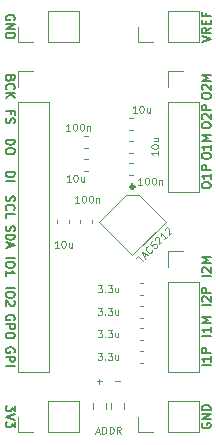
<source format=gbr>
%TF.GenerationSoftware,KiCad,Pcbnew,7.0.2*%
%TF.CreationDate,2024-12-12T08:46:51-06:00*%
%TF.ProjectId,om_ADC,6f6d5f41-4443-42e6-9b69-6361645f7063,rev?*%
%TF.SameCoordinates,Original*%
%TF.FileFunction,Legend,Top*%
%TF.FilePolarity,Positive*%
%FSLAX46Y46*%
G04 Gerber Fmt 4.6, Leading zero omitted, Abs format (unit mm)*
G04 Created by KiCad (PCBNEW 7.0.2) date 2024-12-12 08:46:51*
%MOMM*%
%LPD*%
G01*
G04 APERTURE LIST*
%ADD10C,0.100000*%
%ADD11C,0.150000*%
%ADD12C,0.120000*%
%ADD13C,0.300000*%
G04 APERTURE END LIST*
D10*
X85623429Y-55421000D02*
X86080572Y-55421000D01*
X84099429Y-55421000D02*
X84556572Y-55421000D01*
X84328000Y-55649571D02*
X84328000Y-55192428D01*
X84190000Y-53017571D02*
X84561428Y-53017571D01*
X84561428Y-53017571D02*
X84361428Y-53246142D01*
X84361428Y-53246142D02*
X84447143Y-53246142D01*
X84447143Y-53246142D02*
X84504286Y-53274714D01*
X84504286Y-53274714D02*
X84532857Y-53303285D01*
X84532857Y-53303285D02*
X84561428Y-53360428D01*
X84561428Y-53360428D02*
X84561428Y-53503285D01*
X84561428Y-53503285D02*
X84532857Y-53560428D01*
X84532857Y-53560428D02*
X84504286Y-53589000D01*
X84504286Y-53589000D02*
X84447143Y-53617571D01*
X84447143Y-53617571D02*
X84275714Y-53617571D01*
X84275714Y-53617571D02*
X84218571Y-53589000D01*
X84218571Y-53589000D02*
X84190000Y-53560428D01*
X84818572Y-53560428D02*
X84847143Y-53589000D01*
X84847143Y-53589000D02*
X84818572Y-53617571D01*
X84818572Y-53617571D02*
X84790000Y-53589000D01*
X84790000Y-53589000D02*
X84818572Y-53560428D01*
X84818572Y-53560428D02*
X84818572Y-53617571D01*
X85047143Y-53017571D02*
X85418571Y-53017571D01*
X85418571Y-53017571D02*
X85218571Y-53246142D01*
X85218571Y-53246142D02*
X85304286Y-53246142D01*
X85304286Y-53246142D02*
X85361429Y-53274714D01*
X85361429Y-53274714D02*
X85390000Y-53303285D01*
X85390000Y-53303285D02*
X85418571Y-53360428D01*
X85418571Y-53360428D02*
X85418571Y-53503285D01*
X85418571Y-53503285D02*
X85390000Y-53560428D01*
X85390000Y-53560428D02*
X85361429Y-53589000D01*
X85361429Y-53589000D02*
X85304286Y-53617571D01*
X85304286Y-53617571D02*
X85132857Y-53617571D01*
X85132857Y-53617571D02*
X85075714Y-53589000D01*
X85075714Y-53589000D02*
X85047143Y-53560428D01*
X85932858Y-53217571D02*
X85932858Y-53617571D01*
X85675715Y-53217571D02*
X85675715Y-53531857D01*
X85675715Y-53531857D02*
X85704286Y-53589000D01*
X85704286Y-53589000D02*
X85761429Y-53617571D01*
X85761429Y-53617571D02*
X85847143Y-53617571D01*
X85847143Y-53617571D02*
X85904286Y-53589000D01*
X85904286Y-53589000D02*
X85932858Y-53560428D01*
X84190000Y-51112571D02*
X84561428Y-51112571D01*
X84561428Y-51112571D02*
X84361428Y-51341142D01*
X84361428Y-51341142D02*
X84447143Y-51341142D01*
X84447143Y-51341142D02*
X84504286Y-51369714D01*
X84504286Y-51369714D02*
X84532857Y-51398285D01*
X84532857Y-51398285D02*
X84561428Y-51455428D01*
X84561428Y-51455428D02*
X84561428Y-51598285D01*
X84561428Y-51598285D02*
X84532857Y-51655428D01*
X84532857Y-51655428D02*
X84504286Y-51684000D01*
X84504286Y-51684000D02*
X84447143Y-51712571D01*
X84447143Y-51712571D02*
X84275714Y-51712571D01*
X84275714Y-51712571D02*
X84218571Y-51684000D01*
X84218571Y-51684000D02*
X84190000Y-51655428D01*
X84818572Y-51655428D02*
X84847143Y-51684000D01*
X84847143Y-51684000D02*
X84818572Y-51712571D01*
X84818572Y-51712571D02*
X84790000Y-51684000D01*
X84790000Y-51684000D02*
X84818572Y-51655428D01*
X84818572Y-51655428D02*
X84818572Y-51712571D01*
X85047143Y-51112571D02*
X85418571Y-51112571D01*
X85418571Y-51112571D02*
X85218571Y-51341142D01*
X85218571Y-51341142D02*
X85304286Y-51341142D01*
X85304286Y-51341142D02*
X85361429Y-51369714D01*
X85361429Y-51369714D02*
X85390000Y-51398285D01*
X85390000Y-51398285D02*
X85418571Y-51455428D01*
X85418571Y-51455428D02*
X85418571Y-51598285D01*
X85418571Y-51598285D02*
X85390000Y-51655428D01*
X85390000Y-51655428D02*
X85361429Y-51684000D01*
X85361429Y-51684000D02*
X85304286Y-51712571D01*
X85304286Y-51712571D02*
X85132857Y-51712571D01*
X85132857Y-51712571D02*
X85075714Y-51684000D01*
X85075714Y-51684000D02*
X85047143Y-51655428D01*
X85932858Y-51312571D02*
X85932858Y-51712571D01*
X85675715Y-51312571D02*
X85675715Y-51626857D01*
X85675715Y-51626857D02*
X85704286Y-51684000D01*
X85704286Y-51684000D02*
X85761429Y-51712571D01*
X85761429Y-51712571D02*
X85847143Y-51712571D01*
X85847143Y-51712571D02*
X85904286Y-51684000D01*
X85904286Y-51684000D02*
X85932858Y-51655428D01*
X84190000Y-49207571D02*
X84561428Y-49207571D01*
X84561428Y-49207571D02*
X84361428Y-49436142D01*
X84361428Y-49436142D02*
X84447143Y-49436142D01*
X84447143Y-49436142D02*
X84504286Y-49464714D01*
X84504286Y-49464714D02*
X84532857Y-49493285D01*
X84532857Y-49493285D02*
X84561428Y-49550428D01*
X84561428Y-49550428D02*
X84561428Y-49693285D01*
X84561428Y-49693285D02*
X84532857Y-49750428D01*
X84532857Y-49750428D02*
X84504286Y-49779000D01*
X84504286Y-49779000D02*
X84447143Y-49807571D01*
X84447143Y-49807571D02*
X84275714Y-49807571D01*
X84275714Y-49807571D02*
X84218571Y-49779000D01*
X84218571Y-49779000D02*
X84190000Y-49750428D01*
X84818572Y-49750428D02*
X84847143Y-49779000D01*
X84847143Y-49779000D02*
X84818572Y-49807571D01*
X84818572Y-49807571D02*
X84790000Y-49779000D01*
X84790000Y-49779000D02*
X84818572Y-49750428D01*
X84818572Y-49750428D02*
X84818572Y-49807571D01*
X85047143Y-49207571D02*
X85418571Y-49207571D01*
X85418571Y-49207571D02*
X85218571Y-49436142D01*
X85218571Y-49436142D02*
X85304286Y-49436142D01*
X85304286Y-49436142D02*
X85361429Y-49464714D01*
X85361429Y-49464714D02*
X85390000Y-49493285D01*
X85390000Y-49493285D02*
X85418571Y-49550428D01*
X85418571Y-49550428D02*
X85418571Y-49693285D01*
X85418571Y-49693285D02*
X85390000Y-49750428D01*
X85390000Y-49750428D02*
X85361429Y-49779000D01*
X85361429Y-49779000D02*
X85304286Y-49807571D01*
X85304286Y-49807571D02*
X85132857Y-49807571D01*
X85132857Y-49807571D02*
X85075714Y-49779000D01*
X85075714Y-49779000D02*
X85047143Y-49750428D01*
X85932858Y-49407571D02*
X85932858Y-49807571D01*
X85675715Y-49407571D02*
X85675715Y-49721857D01*
X85675715Y-49721857D02*
X85704286Y-49779000D01*
X85704286Y-49779000D02*
X85761429Y-49807571D01*
X85761429Y-49807571D02*
X85847143Y-49807571D01*
X85847143Y-49807571D02*
X85904286Y-49779000D01*
X85904286Y-49779000D02*
X85932858Y-49750428D01*
X84190000Y-47302571D02*
X84561428Y-47302571D01*
X84561428Y-47302571D02*
X84361428Y-47531142D01*
X84361428Y-47531142D02*
X84447143Y-47531142D01*
X84447143Y-47531142D02*
X84504286Y-47559714D01*
X84504286Y-47559714D02*
X84532857Y-47588285D01*
X84532857Y-47588285D02*
X84561428Y-47645428D01*
X84561428Y-47645428D02*
X84561428Y-47788285D01*
X84561428Y-47788285D02*
X84532857Y-47845428D01*
X84532857Y-47845428D02*
X84504286Y-47874000D01*
X84504286Y-47874000D02*
X84447143Y-47902571D01*
X84447143Y-47902571D02*
X84275714Y-47902571D01*
X84275714Y-47902571D02*
X84218571Y-47874000D01*
X84218571Y-47874000D02*
X84190000Y-47845428D01*
X84818572Y-47845428D02*
X84847143Y-47874000D01*
X84847143Y-47874000D02*
X84818572Y-47902571D01*
X84818572Y-47902571D02*
X84790000Y-47874000D01*
X84790000Y-47874000D02*
X84818572Y-47845428D01*
X84818572Y-47845428D02*
X84818572Y-47902571D01*
X85047143Y-47302571D02*
X85418571Y-47302571D01*
X85418571Y-47302571D02*
X85218571Y-47531142D01*
X85218571Y-47531142D02*
X85304286Y-47531142D01*
X85304286Y-47531142D02*
X85361429Y-47559714D01*
X85361429Y-47559714D02*
X85390000Y-47588285D01*
X85390000Y-47588285D02*
X85418571Y-47645428D01*
X85418571Y-47645428D02*
X85418571Y-47788285D01*
X85418571Y-47788285D02*
X85390000Y-47845428D01*
X85390000Y-47845428D02*
X85361429Y-47874000D01*
X85361429Y-47874000D02*
X85304286Y-47902571D01*
X85304286Y-47902571D02*
X85132857Y-47902571D01*
X85132857Y-47902571D02*
X85075714Y-47874000D01*
X85075714Y-47874000D02*
X85047143Y-47845428D01*
X85932858Y-47502571D02*
X85932858Y-47902571D01*
X85675715Y-47502571D02*
X85675715Y-47816857D01*
X85675715Y-47816857D02*
X85704286Y-47874000D01*
X85704286Y-47874000D02*
X85761429Y-47902571D01*
X85761429Y-47902571D02*
X85847143Y-47902571D01*
X85847143Y-47902571D02*
X85904286Y-47874000D01*
X85904286Y-47874000D02*
X85932858Y-47845428D01*
X80894285Y-44122571D02*
X80551428Y-44122571D01*
X80722857Y-44122571D02*
X80722857Y-43522571D01*
X80722857Y-43522571D02*
X80665714Y-43608285D01*
X80665714Y-43608285D02*
X80608571Y-43665428D01*
X80608571Y-43665428D02*
X80551428Y-43694000D01*
X81265714Y-43522571D02*
X81322857Y-43522571D01*
X81322857Y-43522571D02*
X81380000Y-43551142D01*
X81380000Y-43551142D02*
X81408572Y-43579714D01*
X81408572Y-43579714D02*
X81437143Y-43636857D01*
X81437143Y-43636857D02*
X81465714Y-43751142D01*
X81465714Y-43751142D02*
X81465714Y-43894000D01*
X81465714Y-43894000D02*
X81437143Y-44008285D01*
X81437143Y-44008285D02*
X81408572Y-44065428D01*
X81408572Y-44065428D02*
X81380000Y-44094000D01*
X81380000Y-44094000D02*
X81322857Y-44122571D01*
X81322857Y-44122571D02*
X81265714Y-44122571D01*
X81265714Y-44122571D02*
X81208572Y-44094000D01*
X81208572Y-44094000D02*
X81180000Y-44065428D01*
X81180000Y-44065428D02*
X81151429Y-44008285D01*
X81151429Y-44008285D02*
X81122857Y-43894000D01*
X81122857Y-43894000D02*
X81122857Y-43751142D01*
X81122857Y-43751142D02*
X81151429Y-43636857D01*
X81151429Y-43636857D02*
X81180000Y-43579714D01*
X81180000Y-43579714D02*
X81208572Y-43551142D01*
X81208572Y-43551142D02*
X81265714Y-43522571D01*
X81980001Y-43722571D02*
X81980001Y-44122571D01*
X81722858Y-43722571D02*
X81722858Y-44036857D01*
X81722858Y-44036857D02*
X81751429Y-44094000D01*
X81751429Y-44094000D02*
X81808572Y-44122571D01*
X81808572Y-44122571D02*
X81894286Y-44122571D01*
X81894286Y-44122571D02*
X81951429Y-44094000D01*
X81951429Y-44094000D02*
X81980001Y-44065428D01*
X82640570Y-40312571D02*
X82297713Y-40312571D01*
X82469142Y-40312571D02*
X82469142Y-39712571D01*
X82469142Y-39712571D02*
X82411999Y-39798285D01*
X82411999Y-39798285D02*
X82354856Y-39855428D01*
X82354856Y-39855428D02*
X82297713Y-39884000D01*
X83011999Y-39712571D02*
X83069142Y-39712571D01*
X83069142Y-39712571D02*
X83126285Y-39741142D01*
X83126285Y-39741142D02*
X83154857Y-39769714D01*
X83154857Y-39769714D02*
X83183428Y-39826857D01*
X83183428Y-39826857D02*
X83211999Y-39941142D01*
X83211999Y-39941142D02*
X83211999Y-40084000D01*
X83211999Y-40084000D02*
X83183428Y-40198285D01*
X83183428Y-40198285D02*
X83154857Y-40255428D01*
X83154857Y-40255428D02*
X83126285Y-40284000D01*
X83126285Y-40284000D02*
X83069142Y-40312571D01*
X83069142Y-40312571D02*
X83011999Y-40312571D01*
X83011999Y-40312571D02*
X82954857Y-40284000D01*
X82954857Y-40284000D02*
X82926285Y-40255428D01*
X82926285Y-40255428D02*
X82897714Y-40198285D01*
X82897714Y-40198285D02*
X82869142Y-40084000D01*
X82869142Y-40084000D02*
X82869142Y-39941142D01*
X82869142Y-39941142D02*
X82897714Y-39826857D01*
X82897714Y-39826857D02*
X82926285Y-39769714D01*
X82926285Y-39769714D02*
X82954857Y-39741142D01*
X82954857Y-39741142D02*
X83011999Y-39712571D01*
X83583428Y-39712571D02*
X83640571Y-39712571D01*
X83640571Y-39712571D02*
X83697714Y-39741142D01*
X83697714Y-39741142D02*
X83726286Y-39769714D01*
X83726286Y-39769714D02*
X83754857Y-39826857D01*
X83754857Y-39826857D02*
X83783428Y-39941142D01*
X83783428Y-39941142D02*
X83783428Y-40084000D01*
X83783428Y-40084000D02*
X83754857Y-40198285D01*
X83754857Y-40198285D02*
X83726286Y-40255428D01*
X83726286Y-40255428D02*
X83697714Y-40284000D01*
X83697714Y-40284000D02*
X83640571Y-40312571D01*
X83640571Y-40312571D02*
X83583428Y-40312571D01*
X83583428Y-40312571D02*
X83526286Y-40284000D01*
X83526286Y-40284000D02*
X83497714Y-40255428D01*
X83497714Y-40255428D02*
X83469143Y-40198285D01*
X83469143Y-40198285D02*
X83440571Y-40084000D01*
X83440571Y-40084000D02*
X83440571Y-39941142D01*
X83440571Y-39941142D02*
X83469143Y-39826857D01*
X83469143Y-39826857D02*
X83497714Y-39769714D01*
X83497714Y-39769714D02*
X83526286Y-39741142D01*
X83526286Y-39741142D02*
X83583428Y-39712571D01*
X84040572Y-39912571D02*
X84040572Y-40312571D01*
X84040572Y-39969714D02*
X84069143Y-39941142D01*
X84069143Y-39941142D02*
X84126286Y-39912571D01*
X84126286Y-39912571D02*
X84212000Y-39912571D01*
X84212000Y-39912571D02*
X84269143Y-39941142D01*
X84269143Y-39941142D02*
X84297715Y-39998285D01*
X84297715Y-39998285D02*
X84297715Y-40312571D01*
X87448220Y-44949407D02*
X87690656Y-44706971D01*
X87993702Y-45252453D02*
X87569438Y-44828189D01*
X88114920Y-44888798D02*
X88316951Y-44686768D01*
X88195733Y-45050423D02*
X87912890Y-44484737D01*
X87912890Y-44484737D02*
X88478575Y-44767580D01*
X88822027Y-44343316D02*
X88822027Y-44383722D01*
X88822027Y-44383722D02*
X88781621Y-44464534D01*
X88781621Y-44464534D02*
X88741215Y-44504940D01*
X88741215Y-44504940D02*
X88660403Y-44545346D01*
X88660403Y-44545346D02*
X88579591Y-44545346D01*
X88579591Y-44545346D02*
X88518982Y-44525143D01*
X88518982Y-44525143D02*
X88417966Y-44464534D01*
X88417966Y-44464534D02*
X88357357Y-44403925D01*
X88357357Y-44403925D02*
X88296748Y-44302910D01*
X88296748Y-44302910D02*
X88276545Y-44242300D01*
X88276545Y-44242300D02*
X88276545Y-44161488D01*
X88276545Y-44161488D02*
X88316951Y-44080676D01*
X88316951Y-44080676D02*
X88357357Y-44040270D01*
X88357357Y-44040270D02*
X88438169Y-43999864D01*
X88438169Y-43999864D02*
X88478576Y-43999864D01*
X88822027Y-43575600D02*
X88619997Y-43777630D01*
X88619997Y-43777630D02*
X88801824Y-43999864D01*
X88801824Y-43999864D02*
X88801824Y-43959458D01*
X88801824Y-43959458D02*
X88822027Y-43898849D01*
X88822027Y-43898849D02*
X88923043Y-43797833D01*
X88923043Y-43797833D02*
X88983652Y-43777630D01*
X88983652Y-43777630D02*
X89024058Y-43777630D01*
X89024058Y-43777630D02*
X89084667Y-43797833D01*
X89084667Y-43797833D02*
X89185682Y-43898849D01*
X89185682Y-43898849D02*
X89205885Y-43959458D01*
X89205885Y-43959458D02*
X89205885Y-43999864D01*
X89205885Y-43999864D02*
X89185682Y-44060473D01*
X89185682Y-44060473D02*
X89084667Y-44161488D01*
X89084667Y-44161488D02*
X89024058Y-44181691D01*
X89024058Y-44181691D02*
X88983652Y-44181691D01*
X89044261Y-43434178D02*
X89044261Y-43393772D01*
X89044261Y-43393772D02*
X89064464Y-43333163D01*
X89064464Y-43333163D02*
X89165480Y-43232148D01*
X89165480Y-43232148D02*
X89226089Y-43211945D01*
X89226089Y-43211945D02*
X89266495Y-43211945D01*
X89266495Y-43211945D02*
X89327104Y-43232148D01*
X89327104Y-43232148D02*
X89367510Y-43272554D01*
X89367510Y-43272554D02*
X89407916Y-43353366D01*
X89407916Y-43353366D02*
X89407916Y-43838239D01*
X89407916Y-43838239D02*
X89670556Y-43575599D01*
X90074617Y-43171538D02*
X89832181Y-43413975D01*
X89953399Y-43292756D02*
X89529135Y-42868492D01*
X89529135Y-42868492D02*
X89549338Y-42969508D01*
X89549338Y-42969508D02*
X89549338Y-43050320D01*
X89549338Y-43050320D02*
X89529135Y-43110929D01*
X89852384Y-42626055D02*
X89852384Y-42585649D01*
X89852384Y-42585649D02*
X89872587Y-42525040D01*
X89872587Y-42525040D02*
X89973602Y-42424025D01*
X89973602Y-42424025D02*
X90034211Y-42403822D01*
X90034211Y-42403822D02*
X90074618Y-42403822D01*
X90074618Y-42403822D02*
X90135227Y-42424025D01*
X90135227Y-42424025D02*
X90175633Y-42464431D01*
X90175633Y-42464431D02*
X90216039Y-42545243D01*
X90216039Y-42545243D02*
X90216039Y-43030116D01*
X90216039Y-43030116D02*
X90478679Y-42767477D01*
X87498285Y-32692571D02*
X87155428Y-32692571D01*
X87326857Y-32692571D02*
X87326857Y-32092571D01*
X87326857Y-32092571D02*
X87269714Y-32178285D01*
X87269714Y-32178285D02*
X87212571Y-32235428D01*
X87212571Y-32235428D02*
X87155428Y-32264000D01*
X87869714Y-32092571D02*
X87926857Y-32092571D01*
X87926857Y-32092571D02*
X87984000Y-32121142D01*
X87984000Y-32121142D02*
X88012572Y-32149714D01*
X88012572Y-32149714D02*
X88041143Y-32206857D01*
X88041143Y-32206857D02*
X88069714Y-32321142D01*
X88069714Y-32321142D02*
X88069714Y-32464000D01*
X88069714Y-32464000D02*
X88041143Y-32578285D01*
X88041143Y-32578285D02*
X88012572Y-32635428D01*
X88012572Y-32635428D02*
X87984000Y-32664000D01*
X87984000Y-32664000D02*
X87926857Y-32692571D01*
X87926857Y-32692571D02*
X87869714Y-32692571D01*
X87869714Y-32692571D02*
X87812572Y-32664000D01*
X87812572Y-32664000D02*
X87784000Y-32635428D01*
X87784000Y-32635428D02*
X87755429Y-32578285D01*
X87755429Y-32578285D02*
X87726857Y-32464000D01*
X87726857Y-32464000D02*
X87726857Y-32321142D01*
X87726857Y-32321142D02*
X87755429Y-32206857D01*
X87755429Y-32206857D02*
X87784000Y-32149714D01*
X87784000Y-32149714D02*
X87812572Y-32121142D01*
X87812572Y-32121142D02*
X87869714Y-32092571D01*
X88584001Y-32292571D02*
X88584001Y-32692571D01*
X88326858Y-32292571D02*
X88326858Y-32606857D01*
X88326858Y-32606857D02*
X88355429Y-32664000D01*
X88355429Y-32664000D02*
X88412572Y-32692571D01*
X88412572Y-32692571D02*
X88498286Y-32692571D01*
X88498286Y-32692571D02*
X88555429Y-32664000D01*
X88555429Y-32664000D02*
X88584001Y-32635428D01*
X89334571Y-35945714D02*
X89334571Y-36288571D01*
X89334571Y-36117142D02*
X88734571Y-36117142D01*
X88734571Y-36117142D02*
X88820285Y-36174285D01*
X88820285Y-36174285D02*
X88877428Y-36231428D01*
X88877428Y-36231428D02*
X88906000Y-36288571D01*
X88734571Y-35574285D02*
X88734571Y-35517142D01*
X88734571Y-35517142D02*
X88763142Y-35459999D01*
X88763142Y-35459999D02*
X88791714Y-35431428D01*
X88791714Y-35431428D02*
X88848857Y-35402856D01*
X88848857Y-35402856D02*
X88963142Y-35374285D01*
X88963142Y-35374285D02*
X89106000Y-35374285D01*
X89106000Y-35374285D02*
X89220285Y-35402856D01*
X89220285Y-35402856D02*
X89277428Y-35431428D01*
X89277428Y-35431428D02*
X89306000Y-35459999D01*
X89306000Y-35459999D02*
X89334571Y-35517142D01*
X89334571Y-35517142D02*
X89334571Y-35574285D01*
X89334571Y-35574285D02*
X89306000Y-35631428D01*
X89306000Y-35631428D02*
X89277428Y-35659999D01*
X89277428Y-35659999D02*
X89220285Y-35688570D01*
X89220285Y-35688570D02*
X89106000Y-35717142D01*
X89106000Y-35717142D02*
X88963142Y-35717142D01*
X88963142Y-35717142D02*
X88848857Y-35688570D01*
X88848857Y-35688570D02*
X88791714Y-35659999D01*
X88791714Y-35659999D02*
X88763142Y-35631428D01*
X88763142Y-35631428D02*
X88734571Y-35574285D01*
X88934571Y-34859999D02*
X89334571Y-34859999D01*
X88934571Y-35117141D02*
X89248857Y-35117141D01*
X89248857Y-35117141D02*
X89306000Y-35088570D01*
X89306000Y-35088570D02*
X89334571Y-35031427D01*
X89334571Y-35031427D02*
X89334571Y-34945713D01*
X89334571Y-34945713D02*
X89306000Y-34888570D01*
X89306000Y-34888570D02*
X89277428Y-34859999D01*
X87974570Y-38788571D02*
X87631713Y-38788571D01*
X87803142Y-38788571D02*
X87803142Y-38188571D01*
X87803142Y-38188571D02*
X87745999Y-38274285D01*
X87745999Y-38274285D02*
X87688856Y-38331428D01*
X87688856Y-38331428D02*
X87631713Y-38360000D01*
X88345999Y-38188571D02*
X88403142Y-38188571D01*
X88403142Y-38188571D02*
X88460285Y-38217142D01*
X88460285Y-38217142D02*
X88488857Y-38245714D01*
X88488857Y-38245714D02*
X88517428Y-38302857D01*
X88517428Y-38302857D02*
X88545999Y-38417142D01*
X88545999Y-38417142D02*
X88545999Y-38560000D01*
X88545999Y-38560000D02*
X88517428Y-38674285D01*
X88517428Y-38674285D02*
X88488857Y-38731428D01*
X88488857Y-38731428D02*
X88460285Y-38760000D01*
X88460285Y-38760000D02*
X88403142Y-38788571D01*
X88403142Y-38788571D02*
X88345999Y-38788571D01*
X88345999Y-38788571D02*
X88288857Y-38760000D01*
X88288857Y-38760000D02*
X88260285Y-38731428D01*
X88260285Y-38731428D02*
X88231714Y-38674285D01*
X88231714Y-38674285D02*
X88203142Y-38560000D01*
X88203142Y-38560000D02*
X88203142Y-38417142D01*
X88203142Y-38417142D02*
X88231714Y-38302857D01*
X88231714Y-38302857D02*
X88260285Y-38245714D01*
X88260285Y-38245714D02*
X88288857Y-38217142D01*
X88288857Y-38217142D02*
X88345999Y-38188571D01*
X88917428Y-38188571D02*
X88974571Y-38188571D01*
X88974571Y-38188571D02*
X89031714Y-38217142D01*
X89031714Y-38217142D02*
X89060286Y-38245714D01*
X89060286Y-38245714D02*
X89088857Y-38302857D01*
X89088857Y-38302857D02*
X89117428Y-38417142D01*
X89117428Y-38417142D02*
X89117428Y-38560000D01*
X89117428Y-38560000D02*
X89088857Y-38674285D01*
X89088857Y-38674285D02*
X89060286Y-38731428D01*
X89060286Y-38731428D02*
X89031714Y-38760000D01*
X89031714Y-38760000D02*
X88974571Y-38788571D01*
X88974571Y-38788571D02*
X88917428Y-38788571D01*
X88917428Y-38788571D02*
X88860286Y-38760000D01*
X88860286Y-38760000D02*
X88831714Y-38731428D01*
X88831714Y-38731428D02*
X88803143Y-38674285D01*
X88803143Y-38674285D02*
X88774571Y-38560000D01*
X88774571Y-38560000D02*
X88774571Y-38417142D01*
X88774571Y-38417142D02*
X88803143Y-38302857D01*
X88803143Y-38302857D02*
X88831714Y-38245714D01*
X88831714Y-38245714D02*
X88860286Y-38217142D01*
X88860286Y-38217142D02*
X88917428Y-38188571D01*
X89374572Y-38388571D02*
X89374572Y-38788571D01*
X89374572Y-38445714D02*
X89403143Y-38417142D01*
X89403143Y-38417142D02*
X89460286Y-38388571D01*
X89460286Y-38388571D02*
X89546000Y-38388571D01*
X89546000Y-38388571D02*
X89603143Y-38417142D01*
X89603143Y-38417142D02*
X89631715Y-38474285D01*
X89631715Y-38474285D02*
X89631715Y-38788571D01*
X81910285Y-38534571D02*
X81567428Y-38534571D01*
X81738857Y-38534571D02*
X81738857Y-37934571D01*
X81738857Y-37934571D02*
X81681714Y-38020285D01*
X81681714Y-38020285D02*
X81624571Y-38077428D01*
X81624571Y-38077428D02*
X81567428Y-38106000D01*
X82281714Y-37934571D02*
X82338857Y-37934571D01*
X82338857Y-37934571D02*
X82396000Y-37963142D01*
X82396000Y-37963142D02*
X82424572Y-37991714D01*
X82424572Y-37991714D02*
X82453143Y-38048857D01*
X82453143Y-38048857D02*
X82481714Y-38163142D01*
X82481714Y-38163142D02*
X82481714Y-38306000D01*
X82481714Y-38306000D02*
X82453143Y-38420285D01*
X82453143Y-38420285D02*
X82424572Y-38477428D01*
X82424572Y-38477428D02*
X82396000Y-38506000D01*
X82396000Y-38506000D02*
X82338857Y-38534571D01*
X82338857Y-38534571D02*
X82281714Y-38534571D01*
X82281714Y-38534571D02*
X82224572Y-38506000D01*
X82224572Y-38506000D02*
X82196000Y-38477428D01*
X82196000Y-38477428D02*
X82167429Y-38420285D01*
X82167429Y-38420285D02*
X82138857Y-38306000D01*
X82138857Y-38306000D02*
X82138857Y-38163142D01*
X82138857Y-38163142D02*
X82167429Y-38048857D01*
X82167429Y-38048857D02*
X82196000Y-37991714D01*
X82196000Y-37991714D02*
X82224572Y-37963142D01*
X82224572Y-37963142D02*
X82281714Y-37934571D01*
X82996001Y-38134571D02*
X82996001Y-38534571D01*
X82738858Y-38134571D02*
X82738858Y-38448857D01*
X82738858Y-38448857D02*
X82767429Y-38506000D01*
X82767429Y-38506000D02*
X82824572Y-38534571D01*
X82824572Y-38534571D02*
X82910286Y-38534571D01*
X82910286Y-38534571D02*
X82967429Y-38506000D01*
X82967429Y-38506000D02*
X82996001Y-38477428D01*
X81878570Y-34216571D02*
X81535713Y-34216571D01*
X81707142Y-34216571D02*
X81707142Y-33616571D01*
X81707142Y-33616571D02*
X81649999Y-33702285D01*
X81649999Y-33702285D02*
X81592856Y-33759428D01*
X81592856Y-33759428D02*
X81535713Y-33788000D01*
X82249999Y-33616571D02*
X82307142Y-33616571D01*
X82307142Y-33616571D02*
X82364285Y-33645142D01*
X82364285Y-33645142D02*
X82392857Y-33673714D01*
X82392857Y-33673714D02*
X82421428Y-33730857D01*
X82421428Y-33730857D02*
X82449999Y-33845142D01*
X82449999Y-33845142D02*
X82449999Y-33988000D01*
X82449999Y-33988000D02*
X82421428Y-34102285D01*
X82421428Y-34102285D02*
X82392857Y-34159428D01*
X82392857Y-34159428D02*
X82364285Y-34188000D01*
X82364285Y-34188000D02*
X82307142Y-34216571D01*
X82307142Y-34216571D02*
X82249999Y-34216571D01*
X82249999Y-34216571D02*
X82192857Y-34188000D01*
X82192857Y-34188000D02*
X82164285Y-34159428D01*
X82164285Y-34159428D02*
X82135714Y-34102285D01*
X82135714Y-34102285D02*
X82107142Y-33988000D01*
X82107142Y-33988000D02*
X82107142Y-33845142D01*
X82107142Y-33845142D02*
X82135714Y-33730857D01*
X82135714Y-33730857D02*
X82164285Y-33673714D01*
X82164285Y-33673714D02*
X82192857Y-33645142D01*
X82192857Y-33645142D02*
X82249999Y-33616571D01*
X82821428Y-33616571D02*
X82878571Y-33616571D01*
X82878571Y-33616571D02*
X82935714Y-33645142D01*
X82935714Y-33645142D02*
X82964286Y-33673714D01*
X82964286Y-33673714D02*
X82992857Y-33730857D01*
X82992857Y-33730857D02*
X83021428Y-33845142D01*
X83021428Y-33845142D02*
X83021428Y-33988000D01*
X83021428Y-33988000D02*
X82992857Y-34102285D01*
X82992857Y-34102285D02*
X82964286Y-34159428D01*
X82964286Y-34159428D02*
X82935714Y-34188000D01*
X82935714Y-34188000D02*
X82878571Y-34216571D01*
X82878571Y-34216571D02*
X82821428Y-34216571D01*
X82821428Y-34216571D02*
X82764286Y-34188000D01*
X82764286Y-34188000D02*
X82735714Y-34159428D01*
X82735714Y-34159428D02*
X82707143Y-34102285D01*
X82707143Y-34102285D02*
X82678571Y-33988000D01*
X82678571Y-33988000D02*
X82678571Y-33845142D01*
X82678571Y-33845142D02*
X82707143Y-33730857D01*
X82707143Y-33730857D02*
X82735714Y-33673714D01*
X82735714Y-33673714D02*
X82764286Y-33645142D01*
X82764286Y-33645142D02*
X82821428Y-33616571D01*
X83278572Y-33816571D02*
X83278572Y-34216571D01*
X83278572Y-33873714D02*
X83307143Y-33845142D01*
X83307143Y-33845142D02*
X83364286Y-33816571D01*
X83364286Y-33816571D02*
X83450000Y-33816571D01*
X83450000Y-33816571D02*
X83507143Y-33845142D01*
X83507143Y-33845142D02*
X83535715Y-33902285D01*
X83535715Y-33902285D02*
X83535715Y-34216571D01*
D11*
X92999714Y-26685713D02*
X93749714Y-26435713D01*
X93749714Y-26435713D02*
X92999714Y-26185713D01*
X93749714Y-25507142D02*
X93392571Y-25757142D01*
X93749714Y-25935713D02*
X92999714Y-25935713D01*
X92999714Y-25935713D02*
X92999714Y-25649999D01*
X92999714Y-25649999D02*
X93035428Y-25578570D01*
X93035428Y-25578570D02*
X93071142Y-25542856D01*
X93071142Y-25542856D02*
X93142571Y-25507142D01*
X93142571Y-25507142D02*
X93249714Y-25507142D01*
X93249714Y-25507142D02*
X93321142Y-25542856D01*
X93321142Y-25542856D02*
X93356857Y-25578570D01*
X93356857Y-25578570D02*
X93392571Y-25649999D01*
X93392571Y-25649999D02*
X93392571Y-25935713D01*
X93356857Y-25185713D02*
X93356857Y-24935713D01*
X93749714Y-24828570D02*
X93749714Y-25185713D01*
X93749714Y-25185713D02*
X92999714Y-25185713D01*
X92999714Y-25185713D02*
X92999714Y-24828570D01*
X93356857Y-24257142D02*
X93356857Y-24507142D01*
X93749714Y-24507142D02*
X92999714Y-24507142D01*
X92999714Y-24507142D02*
X92999714Y-24149999D01*
X92999714Y-36417142D02*
X92999714Y-36274285D01*
X92999714Y-36274285D02*
X93035428Y-36202856D01*
X93035428Y-36202856D02*
X93106857Y-36131428D01*
X93106857Y-36131428D02*
X93249714Y-36095713D01*
X93249714Y-36095713D02*
X93499714Y-36095713D01*
X93499714Y-36095713D02*
X93642571Y-36131428D01*
X93642571Y-36131428D02*
X93714000Y-36202856D01*
X93714000Y-36202856D02*
X93749714Y-36274285D01*
X93749714Y-36274285D02*
X93749714Y-36417142D01*
X93749714Y-36417142D02*
X93714000Y-36488571D01*
X93714000Y-36488571D02*
X93642571Y-36559999D01*
X93642571Y-36559999D02*
X93499714Y-36595713D01*
X93499714Y-36595713D02*
X93249714Y-36595713D01*
X93249714Y-36595713D02*
X93106857Y-36559999D01*
X93106857Y-36559999D02*
X93035428Y-36488571D01*
X93035428Y-36488571D02*
X92999714Y-36417142D01*
X93749714Y-35381428D02*
X93749714Y-35809999D01*
X93749714Y-35595714D02*
X92999714Y-35595714D01*
X92999714Y-35595714D02*
X93106857Y-35667142D01*
X93106857Y-35667142D02*
X93178285Y-35738571D01*
X93178285Y-35738571D02*
X93214000Y-35809999D01*
X93749714Y-35059999D02*
X92999714Y-35059999D01*
X92999714Y-35059999D02*
X93535428Y-34809999D01*
X93535428Y-34809999D02*
X92999714Y-34559999D01*
X92999714Y-34559999D02*
X93749714Y-34559999D01*
X92999714Y-33823571D02*
X92999714Y-33680714D01*
X92999714Y-33680714D02*
X93035428Y-33609285D01*
X93035428Y-33609285D02*
X93106857Y-33537857D01*
X93106857Y-33537857D02*
X93249714Y-33502142D01*
X93249714Y-33502142D02*
X93499714Y-33502142D01*
X93499714Y-33502142D02*
X93642571Y-33537857D01*
X93642571Y-33537857D02*
X93714000Y-33609285D01*
X93714000Y-33609285D02*
X93749714Y-33680714D01*
X93749714Y-33680714D02*
X93749714Y-33823571D01*
X93749714Y-33823571D02*
X93714000Y-33895000D01*
X93714000Y-33895000D02*
X93642571Y-33966428D01*
X93642571Y-33966428D02*
X93499714Y-34002142D01*
X93499714Y-34002142D02*
X93249714Y-34002142D01*
X93249714Y-34002142D02*
X93106857Y-33966428D01*
X93106857Y-33966428D02*
X93035428Y-33895000D01*
X93035428Y-33895000D02*
X92999714Y-33823571D01*
X93071142Y-33216428D02*
X93035428Y-33180714D01*
X93035428Y-33180714D02*
X92999714Y-33109286D01*
X92999714Y-33109286D02*
X92999714Y-32930714D01*
X92999714Y-32930714D02*
X93035428Y-32859286D01*
X93035428Y-32859286D02*
X93071142Y-32823571D01*
X93071142Y-32823571D02*
X93142571Y-32787857D01*
X93142571Y-32787857D02*
X93214000Y-32787857D01*
X93214000Y-32787857D02*
X93321142Y-32823571D01*
X93321142Y-32823571D02*
X93749714Y-33252143D01*
X93749714Y-33252143D02*
X93749714Y-32787857D01*
X93749714Y-32466428D02*
X92999714Y-32466428D01*
X92999714Y-32466428D02*
X92999714Y-32180714D01*
X92999714Y-32180714D02*
X93035428Y-32109285D01*
X93035428Y-32109285D02*
X93071142Y-32073571D01*
X93071142Y-32073571D02*
X93142571Y-32037857D01*
X93142571Y-32037857D02*
X93249714Y-32037857D01*
X93249714Y-32037857D02*
X93321142Y-32073571D01*
X93321142Y-32073571D02*
X93356857Y-32109285D01*
X93356857Y-32109285D02*
X93392571Y-32180714D01*
X93392571Y-32180714D02*
X93392571Y-32466428D01*
X92999714Y-31337142D02*
X92999714Y-31194285D01*
X92999714Y-31194285D02*
X93035428Y-31122856D01*
X93035428Y-31122856D02*
X93106857Y-31051428D01*
X93106857Y-31051428D02*
X93249714Y-31015713D01*
X93249714Y-31015713D02*
X93499714Y-31015713D01*
X93499714Y-31015713D02*
X93642571Y-31051428D01*
X93642571Y-31051428D02*
X93714000Y-31122856D01*
X93714000Y-31122856D02*
X93749714Y-31194285D01*
X93749714Y-31194285D02*
X93749714Y-31337142D01*
X93749714Y-31337142D02*
X93714000Y-31408571D01*
X93714000Y-31408571D02*
X93642571Y-31479999D01*
X93642571Y-31479999D02*
X93499714Y-31515713D01*
X93499714Y-31515713D02*
X93249714Y-31515713D01*
X93249714Y-31515713D02*
X93106857Y-31479999D01*
X93106857Y-31479999D02*
X93035428Y-31408571D01*
X93035428Y-31408571D02*
X92999714Y-31337142D01*
X93071142Y-30729999D02*
X93035428Y-30694285D01*
X93035428Y-30694285D02*
X92999714Y-30622857D01*
X92999714Y-30622857D02*
X92999714Y-30444285D01*
X92999714Y-30444285D02*
X93035428Y-30372857D01*
X93035428Y-30372857D02*
X93071142Y-30337142D01*
X93071142Y-30337142D02*
X93142571Y-30301428D01*
X93142571Y-30301428D02*
X93214000Y-30301428D01*
X93214000Y-30301428D02*
X93321142Y-30337142D01*
X93321142Y-30337142D02*
X93749714Y-30765714D01*
X93749714Y-30765714D02*
X93749714Y-30301428D01*
X93749714Y-29979999D02*
X92999714Y-29979999D01*
X92999714Y-29979999D02*
X93535428Y-29729999D01*
X93535428Y-29729999D02*
X92999714Y-29479999D01*
X92999714Y-29479999D02*
X93749714Y-29479999D01*
X93749714Y-51585714D02*
X92999714Y-51585714D01*
X93749714Y-50835714D02*
X93749714Y-51264285D01*
X93749714Y-51050000D02*
X92999714Y-51050000D01*
X92999714Y-51050000D02*
X93106857Y-51121428D01*
X93106857Y-51121428D02*
X93178285Y-51192857D01*
X93178285Y-51192857D02*
X93214000Y-51264285D01*
X93749714Y-50514285D02*
X92999714Y-50514285D01*
X92999714Y-50514285D02*
X93535428Y-50264285D01*
X93535428Y-50264285D02*
X92999714Y-50014285D01*
X92999714Y-50014285D02*
X93749714Y-50014285D01*
X77144571Y-52982857D02*
X77180285Y-52911429D01*
X77180285Y-52911429D02*
X77180285Y-52804286D01*
X77180285Y-52804286D02*
X77144571Y-52697143D01*
X77144571Y-52697143D02*
X77073142Y-52625714D01*
X77073142Y-52625714D02*
X77001714Y-52590000D01*
X77001714Y-52590000D02*
X76858857Y-52554286D01*
X76858857Y-52554286D02*
X76751714Y-52554286D01*
X76751714Y-52554286D02*
X76608857Y-52590000D01*
X76608857Y-52590000D02*
X76537428Y-52625714D01*
X76537428Y-52625714D02*
X76466000Y-52697143D01*
X76466000Y-52697143D02*
X76430285Y-52804286D01*
X76430285Y-52804286D02*
X76430285Y-52875714D01*
X76430285Y-52875714D02*
X76466000Y-52982857D01*
X76466000Y-52982857D02*
X76501714Y-53018571D01*
X76501714Y-53018571D02*
X76751714Y-53018571D01*
X76751714Y-53018571D02*
X76751714Y-52875714D01*
X76430285Y-53340000D02*
X77180285Y-53340000D01*
X77180285Y-53340000D02*
X77180285Y-53625714D01*
X77180285Y-53625714D02*
X77144571Y-53697143D01*
X77144571Y-53697143D02*
X77108857Y-53732857D01*
X77108857Y-53732857D02*
X77037428Y-53768571D01*
X77037428Y-53768571D02*
X76930285Y-53768571D01*
X76930285Y-53768571D02*
X76858857Y-53732857D01*
X76858857Y-53732857D02*
X76823142Y-53697143D01*
X76823142Y-53697143D02*
X76787428Y-53625714D01*
X76787428Y-53625714D02*
X76787428Y-53340000D01*
X76430285Y-54090000D02*
X77180285Y-54090000D01*
X76430285Y-34970714D02*
X77180285Y-34970714D01*
X77180285Y-34970714D02*
X77180285Y-35149285D01*
X77180285Y-35149285D02*
X77144571Y-35256428D01*
X77144571Y-35256428D02*
X77073142Y-35327857D01*
X77073142Y-35327857D02*
X77001714Y-35363571D01*
X77001714Y-35363571D02*
X76858857Y-35399285D01*
X76858857Y-35399285D02*
X76751714Y-35399285D01*
X76751714Y-35399285D02*
X76608857Y-35363571D01*
X76608857Y-35363571D02*
X76537428Y-35327857D01*
X76537428Y-35327857D02*
X76466000Y-35256428D01*
X76466000Y-35256428D02*
X76430285Y-35149285D01*
X76430285Y-35149285D02*
X76430285Y-34970714D01*
X77180285Y-35863571D02*
X77180285Y-36006428D01*
X77180285Y-36006428D02*
X77144571Y-36077857D01*
X77144571Y-36077857D02*
X77073142Y-36149285D01*
X77073142Y-36149285D02*
X76930285Y-36185000D01*
X76930285Y-36185000D02*
X76680285Y-36185000D01*
X76680285Y-36185000D02*
X76537428Y-36149285D01*
X76537428Y-36149285D02*
X76466000Y-36077857D01*
X76466000Y-36077857D02*
X76430285Y-36006428D01*
X76430285Y-36006428D02*
X76430285Y-35863571D01*
X76430285Y-35863571D02*
X76466000Y-35792143D01*
X76466000Y-35792143D02*
X76537428Y-35720714D01*
X76537428Y-35720714D02*
X76680285Y-35685000D01*
X76680285Y-35685000D02*
X76930285Y-35685000D01*
X76930285Y-35685000D02*
X77073142Y-35720714D01*
X77073142Y-35720714D02*
X77144571Y-35792143D01*
X77144571Y-35792143D02*
X77180285Y-35863571D01*
X92999714Y-38903571D02*
X92999714Y-38760714D01*
X92999714Y-38760714D02*
X93035428Y-38689285D01*
X93035428Y-38689285D02*
X93106857Y-38617857D01*
X93106857Y-38617857D02*
X93249714Y-38582142D01*
X93249714Y-38582142D02*
X93499714Y-38582142D01*
X93499714Y-38582142D02*
X93642571Y-38617857D01*
X93642571Y-38617857D02*
X93714000Y-38689285D01*
X93714000Y-38689285D02*
X93749714Y-38760714D01*
X93749714Y-38760714D02*
X93749714Y-38903571D01*
X93749714Y-38903571D02*
X93714000Y-38975000D01*
X93714000Y-38975000D02*
X93642571Y-39046428D01*
X93642571Y-39046428D02*
X93499714Y-39082142D01*
X93499714Y-39082142D02*
X93249714Y-39082142D01*
X93249714Y-39082142D02*
X93106857Y-39046428D01*
X93106857Y-39046428D02*
X93035428Y-38975000D01*
X93035428Y-38975000D02*
X92999714Y-38903571D01*
X93749714Y-37867857D02*
X93749714Y-38296428D01*
X93749714Y-38082143D02*
X92999714Y-38082143D01*
X92999714Y-38082143D02*
X93106857Y-38153571D01*
X93106857Y-38153571D02*
X93178285Y-38225000D01*
X93178285Y-38225000D02*
X93214000Y-38296428D01*
X93749714Y-37546428D02*
X92999714Y-37546428D01*
X92999714Y-37546428D02*
X92999714Y-37260714D01*
X92999714Y-37260714D02*
X93035428Y-37189285D01*
X93035428Y-37189285D02*
X93071142Y-37153571D01*
X93071142Y-37153571D02*
X93142571Y-37117857D01*
X93142571Y-37117857D02*
X93249714Y-37117857D01*
X93249714Y-37117857D02*
X93321142Y-37153571D01*
X93321142Y-37153571D02*
X93356857Y-37189285D01*
X93356857Y-37189285D02*
X93392571Y-37260714D01*
X93392571Y-37260714D02*
X93392571Y-37546428D01*
X93749714Y-48992142D02*
X92999714Y-48992142D01*
X93071142Y-48670713D02*
X93035428Y-48634999D01*
X93035428Y-48634999D02*
X92999714Y-48563571D01*
X92999714Y-48563571D02*
X92999714Y-48384999D01*
X92999714Y-48384999D02*
X93035428Y-48313571D01*
X93035428Y-48313571D02*
X93071142Y-48277856D01*
X93071142Y-48277856D02*
X93142571Y-48242142D01*
X93142571Y-48242142D02*
X93214000Y-48242142D01*
X93214000Y-48242142D02*
X93321142Y-48277856D01*
X93321142Y-48277856D02*
X93749714Y-48706428D01*
X93749714Y-48706428D02*
X93749714Y-48242142D01*
X93749714Y-47920713D02*
X92999714Y-47920713D01*
X92999714Y-47920713D02*
X92999714Y-47634999D01*
X92999714Y-47634999D02*
X93035428Y-47563570D01*
X93035428Y-47563570D02*
X93071142Y-47527856D01*
X93071142Y-47527856D02*
X93142571Y-47492142D01*
X93142571Y-47492142D02*
X93249714Y-47492142D01*
X93249714Y-47492142D02*
X93321142Y-47527856D01*
X93321142Y-47527856D02*
X93356857Y-47563570D01*
X93356857Y-47563570D02*
X93392571Y-47634999D01*
X93392571Y-47634999D02*
X93392571Y-47920713D01*
X76466000Y-39747143D02*
X76430285Y-39854286D01*
X76430285Y-39854286D02*
X76430285Y-40032857D01*
X76430285Y-40032857D02*
X76466000Y-40104286D01*
X76466000Y-40104286D02*
X76501714Y-40140000D01*
X76501714Y-40140000D02*
X76573142Y-40175714D01*
X76573142Y-40175714D02*
X76644571Y-40175714D01*
X76644571Y-40175714D02*
X76716000Y-40140000D01*
X76716000Y-40140000D02*
X76751714Y-40104286D01*
X76751714Y-40104286D02*
X76787428Y-40032857D01*
X76787428Y-40032857D02*
X76823142Y-39890000D01*
X76823142Y-39890000D02*
X76858857Y-39818571D01*
X76858857Y-39818571D02*
X76894571Y-39782857D01*
X76894571Y-39782857D02*
X76966000Y-39747143D01*
X76966000Y-39747143D02*
X77037428Y-39747143D01*
X77037428Y-39747143D02*
X77108857Y-39782857D01*
X77108857Y-39782857D02*
X77144571Y-39818571D01*
X77144571Y-39818571D02*
X77180285Y-39890000D01*
X77180285Y-39890000D02*
X77180285Y-40068571D01*
X77180285Y-40068571D02*
X77144571Y-40175714D01*
X76501714Y-40925714D02*
X76466000Y-40890000D01*
X76466000Y-40890000D02*
X76430285Y-40782857D01*
X76430285Y-40782857D02*
X76430285Y-40711429D01*
X76430285Y-40711429D02*
X76466000Y-40604286D01*
X76466000Y-40604286D02*
X76537428Y-40532857D01*
X76537428Y-40532857D02*
X76608857Y-40497143D01*
X76608857Y-40497143D02*
X76751714Y-40461429D01*
X76751714Y-40461429D02*
X76858857Y-40461429D01*
X76858857Y-40461429D02*
X77001714Y-40497143D01*
X77001714Y-40497143D02*
X77073142Y-40532857D01*
X77073142Y-40532857D02*
X77144571Y-40604286D01*
X77144571Y-40604286D02*
X77180285Y-40711429D01*
X77180285Y-40711429D02*
X77180285Y-40782857D01*
X77180285Y-40782857D02*
X77144571Y-40890000D01*
X77144571Y-40890000D02*
X77108857Y-40925714D01*
X76430285Y-41604286D02*
X76430285Y-41247143D01*
X76430285Y-41247143D02*
X77180285Y-41247143D01*
X77144571Y-24828571D02*
X77180285Y-24757143D01*
X77180285Y-24757143D02*
X77180285Y-24650000D01*
X77180285Y-24650000D02*
X77144571Y-24542857D01*
X77144571Y-24542857D02*
X77073142Y-24471428D01*
X77073142Y-24471428D02*
X77001714Y-24435714D01*
X77001714Y-24435714D02*
X76858857Y-24400000D01*
X76858857Y-24400000D02*
X76751714Y-24400000D01*
X76751714Y-24400000D02*
X76608857Y-24435714D01*
X76608857Y-24435714D02*
X76537428Y-24471428D01*
X76537428Y-24471428D02*
X76466000Y-24542857D01*
X76466000Y-24542857D02*
X76430285Y-24650000D01*
X76430285Y-24650000D02*
X76430285Y-24721428D01*
X76430285Y-24721428D02*
X76466000Y-24828571D01*
X76466000Y-24828571D02*
X76501714Y-24864285D01*
X76501714Y-24864285D02*
X76751714Y-24864285D01*
X76751714Y-24864285D02*
X76751714Y-24721428D01*
X76430285Y-25185714D02*
X77180285Y-25185714D01*
X77180285Y-25185714D02*
X76430285Y-25614285D01*
X76430285Y-25614285D02*
X77180285Y-25614285D01*
X76430285Y-25971428D02*
X77180285Y-25971428D01*
X77180285Y-25971428D02*
X77180285Y-26149999D01*
X77180285Y-26149999D02*
X77144571Y-26257142D01*
X77144571Y-26257142D02*
X77073142Y-26328571D01*
X77073142Y-26328571D02*
X77001714Y-26364285D01*
X77001714Y-26364285D02*
X76858857Y-26399999D01*
X76858857Y-26399999D02*
X76751714Y-26399999D01*
X76751714Y-26399999D02*
X76608857Y-26364285D01*
X76608857Y-26364285D02*
X76537428Y-26328571D01*
X76537428Y-26328571D02*
X76466000Y-26257142D01*
X76466000Y-26257142D02*
X76430285Y-26149999D01*
X76430285Y-26149999D02*
X76430285Y-25971428D01*
X76466000Y-42269286D02*
X76430285Y-42376429D01*
X76430285Y-42376429D02*
X76430285Y-42555000D01*
X76430285Y-42555000D02*
X76466000Y-42626429D01*
X76466000Y-42626429D02*
X76501714Y-42662143D01*
X76501714Y-42662143D02*
X76573142Y-42697857D01*
X76573142Y-42697857D02*
X76644571Y-42697857D01*
X76644571Y-42697857D02*
X76716000Y-42662143D01*
X76716000Y-42662143D02*
X76751714Y-42626429D01*
X76751714Y-42626429D02*
X76787428Y-42555000D01*
X76787428Y-42555000D02*
X76823142Y-42412143D01*
X76823142Y-42412143D02*
X76858857Y-42340714D01*
X76858857Y-42340714D02*
X76894571Y-42305000D01*
X76894571Y-42305000D02*
X76966000Y-42269286D01*
X76966000Y-42269286D02*
X77037428Y-42269286D01*
X77037428Y-42269286D02*
X77108857Y-42305000D01*
X77108857Y-42305000D02*
X77144571Y-42340714D01*
X77144571Y-42340714D02*
X77180285Y-42412143D01*
X77180285Y-42412143D02*
X77180285Y-42590714D01*
X77180285Y-42590714D02*
X77144571Y-42697857D01*
X76430285Y-43019286D02*
X77180285Y-43019286D01*
X77180285Y-43019286D02*
X77180285Y-43197857D01*
X77180285Y-43197857D02*
X77144571Y-43305000D01*
X77144571Y-43305000D02*
X77073142Y-43376429D01*
X77073142Y-43376429D02*
X77001714Y-43412143D01*
X77001714Y-43412143D02*
X76858857Y-43447857D01*
X76858857Y-43447857D02*
X76751714Y-43447857D01*
X76751714Y-43447857D02*
X76608857Y-43412143D01*
X76608857Y-43412143D02*
X76537428Y-43376429D01*
X76537428Y-43376429D02*
X76466000Y-43305000D01*
X76466000Y-43305000D02*
X76430285Y-43197857D01*
X76430285Y-43197857D02*
X76430285Y-43019286D01*
X76644571Y-43733572D02*
X76644571Y-44090715D01*
X76430285Y-43662143D02*
X77180285Y-43912143D01*
X77180285Y-43912143D02*
X76430285Y-44162143D01*
X93035428Y-58991428D02*
X92999714Y-59062857D01*
X92999714Y-59062857D02*
X92999714Y-59169999D01*
X92999714Y-59169999D02*
X93035428Y-59277142D01*
X93035428Y-59277142D02*
X93106857Y-59348571D01*
X93106857Y-59348571D02*
X93178285Y-59384285D01*
X93178285Y-59384285D02*
X93321142Y-59419999D01*
X93321142Y-59419999D02*
X93428285Y-59419999D01*
X93428285Y-59419999D02*
X93571142Y-59384285D01*
X93571142Y-59384285D02*
X93642571Y-59348571D01*
X93642571Y-59348571D02*
X93714000Y-59277142D01*
X93714000Y-59277142D02*
X93749714Y-59169999D01*
X93749714Y-59169999D02*
X93749714Y-59098571D01*
X93749714Y-59098571D02*
X93714000Y-58991428D01*
X93714000Y-58991428D02*
X93678285Y-58955714D01*
X93678285Y-58955714D02*
X93428285Y-58955714D01*
X93428285Y-58955714D02*
X93428285Y-59098571D01*
X93749714Y-58634285D02*
X92999714Y-58634285D01*
X92999714Y-58634285D02*
X93749714Y-58205714D01*
X93749714Y-58205714D02*
X92999714Y-58205714D01*
X93749714Y-57848571D02*
X92999714Y-57848571D01*
X92999714Y-57848571D02*
X92999714Y-57670000D01*
X92999714Y-57670000D02*
X93035428Y-57562857D01*
X93035428Y-57562857D02*
X93106857Y-57491428D01*
X93106857Y-57491428D02*
X93178285Y-57455714D01*
X93178285Y-57455714D02*
X93321142Y-57420000D01*
X93321142Y-57420000D02*
X93428285Y-57420000D01*
X93428285Y-57420000D02*
X93571142Y-57455714D01*
X93571142Y-57455714D02*
X93642571Y-57491428D01*
X93642571Y-57491428D02*
X93714000Y-57562857D01*
X93714000Y-57562857D02*
X93749714Y-57670000D01*
X93749714Y-57670000D02*
X93749714Y-57848571D01*
X93749714Y-54072142D02*
X92999714Y-54072142D01*
X93749714Y-53322142D02*
X93749714Y-53750713D01*
X93749714Y-53536428D02*
X92999714Y-53536428D01*
X92999714Y-53536428D02*
X93106857Y-53607856D01*
X93106857Y-53607856D02*
X93178285Y-53679285D01*
X93178285Y-53679285D02*
X93214000Y-53750713D01*
X93749714Y-53000713D02*
X92999714Y-53000713D01*
X92999714Y-53000713D02*
X92999714Y-52714999D01*
X92999714Y-52714999D02*
X93035428Y-52643570D01*
X93035428Y-52643570D02*
X93071142Y-52607856D01*
X93071142Y-52607856D02*
X93142571Y-52572142D01*
X93142571Y-52572142D02*
X93249714Y-52572142D01*
X93249714Y-52572142D02*
X93321142Y-52607856D01*
X93321142Y-52607856D02*
X93356857Y-52643570D01*
X93356857Y-52643570D02*
X93392571Y-52714999D01*
X93392571Y-52714999D02*
X93392571Y-53000713D01*
X76823142Y-29783571D02*
X76787428Y-29890714D01*
X76787428Y-29890714D02*
X76751714Y-29926428D01*
X76751714Y-29926428D02*
X76680285Y-29962142D01*
X76680285Y-29962142D02*
X76573142Y-29962142D01*
X76573142Y-29962142D02*
X76501714Y-29926428D01*
X76501714Y-29926428D02*
X76466000Y-29890714D01*
X76466000Y-29890714D02*
X76430285Y-29819285D01*
X76430285Y-29819285D02*
X76430285Y-29533571D01*
X76430285Y-29533571D02*
X77180285Y-29533571D01*
X77180285Y-29533571D02*
X77180285Y-29783571D01*
X77180285Y-29783571D02*
X77144571Y-29855000D01*
X77144571Y-29855000D02*
X77108857Y-29890714D01*
X77108857Y-29890714D02*
X77037428Y-29926428D01*
X77037428Y-29926428D02*
X76966000Y-29926428D01*
X76966000Y-29926428D02*
X76894571Y-29890714D01*
X76894571Y-29890714D02*
X76858857Y-29855000D01*
X76858857Y-29855000D02*
X76823142Y-29783571D01*
X76823142Y-29783571D02*
X76823142Y-29533571D01*
X76501714Y-30712142D02*
X76466000Y-30676428D01*
X76466000Y-30676428D02*
X76430285Y-30569285D01*
X76430285Y-30569285D02*
X76430285Y-30497857D01*
X76430285Y-30497857D02*
X76466000Y-30390714D01*
X76466000Y-30390714D02*
X76537428Y-30319285D01*
X76537428Y-30319285D02*
X76608857Y-30283571D01*
X76608857Y-30283571D02*
X76751714Y-30247857D01*
X76751714Y-30247857D02*
X76858857Y-30247857D01*
X76858857Y-30247857D02*
X77001714Y-30283571D01*
X77001714Y-30283571D02*
X77073142Y-30319285D01*
X77073142Y-30319285D02*
X77144571Y-30390714D01*
X77144571Y-30390714D02*
X77180285Y-30497857D01*
X77180285Y-30497857D02*
X77180285Y-30569285D01*
X77180285Y-30569285D02*
X77144571Y-30676428D01*
X77144571Y-30676428D02*
X77108857Y-30712142D01*
X76430285Y-31033571D02*
X77180285Y-31033571D01*
X76430285Y-31462142D02*
X76858857Y-31140714D01*
X77180285Y-31462142D02*
X76751714Y-31033571D01*
X77144571Y-50228571D02*
X77180285Y-50157143D01*
X77180285Y-50157143D02*
X77180285Y-50050000D01*
X77180285Y-50050000D02*
X77144571Y-49942857D01*
X77144571Y-49942857D02*
X77073142Y-49871428D01*
X77073142Y-49871428D02*
X77001714Y-49835714D01*
X77001714Y-49835714D02*
X76858857Y-49800000D01*
X76858857Y-49800000D02*
X76751714Y-49800000D01*
X76751714Y-49800000D02*
X76608857Y-49835714D01*
X76608857Y-49835714D02*
X76537428Y-49871428D01*
X76537428Y-49871428D02*
X76466000Y-49942857D01*
X76466000Y-49942857D02*
X76430285Y-50050000D01*
X76430285Y-50050000D02*
X76430285Y-50121428D01*
X76430285Y-50121428D02*
X76466000Y-50228571D01*
X76466000Y-50228571D02*
X76501714Y-50264285D01*
X76501714Y-50264285D02*
X76751714Y-50264285D01*
X76751714Y-50264285D02*
X76751714Y-50121428D01*
X76430285Y-50585714D02*
X77180285Y-50585714D01*
X77180285Y-50585714D02*
X77180285Y-50871428D01*
X77180285Y-50871428D02*
X77144571Y-50942857D01*
X77144571Y-50942857D02*
X77108857Y-50978571D01*
X77108857Y-50978571D02*
X77037428Y-51014285D01*
X77037428Y-51014285D02*
X76930285Y-51014285D01*
X76930285Y-51014285D02*
X76858857Y-50978571D01*
X76858857Y-50978571D02*
X76823142Y-50942857D01*
X76823142Y-50942857D02*
X76787428Y-50871428D01*
X76787428Y-50871428D02*
X76787428Y-50585714D01*
X77180285Y-51478571D02*
X77180285Y-51621428D01*
X77180285Y-51621428D02*
X77144571Y-51692857D01*
X77144571Y-51692857D02*
X77073142Y-51764285D01*
X77073142Y-51764285D02*
X76930285Y-51800000D01*
X76930285Y-51800000D02*
X76680285Y-51800000D01*
X76680285Y-51800000D02*
X76537428Y-51764285D01*
X76537428Y-51764285D02*
X76466000Y-51692857D01*
X76466000Y-51692857D02*
X76430285Y-51621428D01*
X76430285Y-51621428D02*
X76430285Y-51478571D01*
X76430285Y-51478571D02*
X76466000Y-51407143D01*
X76466000Y-51407143D02*
X76537428Y-51335714D01*
X76537428Y-51335714D02*
X76680285Y-51300000D01*
X76680285Y-51300000D02*
X76930285Y-51300000D01*
X76930285Y-51300000D02*
X77073142Y-51335714D01*
X77073142Y-51335714D02*
X77144571Y-51407143D01*
X77144571Y-51407143D02*
X77180285Y-51478571D01*
D10*
X84047142Y-59699142D02*
X84332857Y-59699142D01*
X83989999Y-59870571D02*
X84189999Y-59270571D01*
X84189999Y-59270571D02*
X84389999Y-59870571D01*
X84590000Y-59870571D02*
X84590000Y-59270571D01*
X84590000Y-59270571D02*
X84732857Y-59270571D01*
X84732857Y-59270571D02*
X84818571Y-59299142D01*
X84818571Y-59299142D02*
X84875714Y-59356285D01*
X84875714Y-59356285D02*
X84904285Y-59413428D01*
X84904285Y-59413428D02*
X84932857Y-59527714D01*
X84932857Y-59527714D02*
X84932857Y-59613428D01*
X84932857Y-59613428D02*
X84904285Y-59727714D01*
X84904285Y-59727714D02*
X84875714Y-59784857D01*
X84875714Y-59784857D02*
X84818571Y-59842000D01*
X84818571Y-59842000D02*
X84732857Y-59870571D01*
X84732857Y-59870571D02*
X84590000Y-59870571D01*
X85190000Y-59870571D02*
X85190000Y-59270571D01*
X85190000Y-59270571D02*
X85332857Y-59270571D01*
X85332857Y-59270571D02*
X85418571Y-59299142D01*
X85418571Y-59299142D02*
X85475714Y-59356285D01*
X85475714Y-59356285D02*
X85504285Y-59413428D01*
X85504285Y-59413428D02*
X85532857Y-59527714D01*
X85532857Y-59527714D02*
X85532857Y-59613428D01*
X85532857Y-59613428D02*
X85504285Y-59727714D01*
X85504285Y-59727714D02*
X85475714Y-59784857D01*
X85475714Y-59784857D02*
X85418571Y-59842000D01*
X85418571Y-59842000D02*
X85332857Y-59870571D01*
X85332857Y-59870571D02*
X85190000Y-59870571D01*
X86132857Y-59870571D02*
X85932857Y-59584857D01*
X85790000Y-59870571D02*
X85790000Y-59270571D01*
X85790000Y-59270571D02*
X86018571Y-59270571D01*
X86018571Y-59270571D02*
X86075714Y-59299142D01*
X86075714Y-59299142D02*
X86104285Y-59327714D01*
X86104285Y-59327714D02*
X86132857Y-59384857D01*
X86132857Y-59384857D02*
X86132857Y-59470571D01*
X86132857Y-59470571D02*
X86104285Y-59527714D01*
X86104285Y-59527714D02*
X86075714Y-59556285D01*
X86075714Y-59556285D02*
X86018571Y-59584857D01*
X86018571Y-59584857D02*
X85790000Y-59584857D01*
D11*
X76430285Y-37725000D02*
X77180285Y-37725000D01*
X77180285Y-37725000D02*
X77180285Y-37903571D01*
X77180285Y-37903571D02*
X77144571Y-38010714D01*
X77144571Y-38010714D02*
X77073142Y-38082143D01*
X77073142Y-38082143D02*
X77001714Y-38117857D01*
X77001714Y-38117857D02*
X76858857Y-38153571D01*
X76858857Y-38153571D02*
X76751714Y-38153571D01*
X76751714Y-38153571D02*
X76608857Y-38117857D01*
X76608857Y-38117857D02*
X76537428Y-38082143D01*
X76537428Y-38082143D02*
X76466000Y-38010714D01*
X76466000Y-38010714D02*
X76430285Y-37903571D01*
X76430285Y-37903571D02*
X76430285Y-37725000D01*
X76430285Y-38475000D02*
X77180285Y-38475000D01*
X76430285Y-47510000D02*
X77180285Y-47510000D01*
X77180285Y-48010000D02*
X77180285Y-48152857D01*
X77180285Y-48152857D02*
X77144571Y-48224286D01*
X77144571Y-48224286D02*
X77073142Y-48295714D01*
X77073142Y-48295714D02*
X76930285Y-48331429D01*
X76930285Y-48331429D02*
X76680285Y-48331429D01*
X76680285Y-48331429D02*
X76537428Y-48295714D01*
X76537428Y-48295714D02*
X76466000Y-48224286D01*
X76466000Y-48224286D02*
X76430285Y-48152857D01*
X76430285Y-48152857D02*
X76430285Y-48010000D01*
X76430285Y-48010000D02*
X76466000Y-47938572D01*
X76466000Y-47938572D02*
X76537428Y-47867143D01*
X76537428Y-47867143D02*
X76680285Y-47831429D01*
X76680285Y-47831429D02*
X76930285Y-47831429D01*
X76930285Y-47831429D02*
X77073142Y-47867143D01*
X77073142Y-47867143D02*
X77144571Y-47938572D01*
X77144571Y-47938572D02*
X77180285Y-48010000D01*
X77108857Y-48617143D02*
X77144571Y-48652857D01*
X77144571Y-48652857D02*
X77180285Y-48724286D01*
X77180285Y-48724286D02*
X77180285Y-48902857D01*
X77180285Y-48902857D02*
X77144571Y-48974286D01*
X77144571Y-48974286D02*
X77108857Y-49010000D01*
X77108857Y-49010000D02*
X77037428Y-49045714D01*
X77037428Y-49045714D02*
X76966000Y-49045714D01*
X76966000Y-49045714D02*
X76858857Y-49010000D01*
X76858857Y-49010000D02*
X76430285Y-48581428D01*
X76430285Y-48581428D02*
X76430285Y-49045714D01*
X77180285Y-57491428D02*
X77180285Y-57955714D01*
X77180285Y-57955714D02*
X76894571Y-57705714D01*
X76894571Y-57705714D02*
X76894571Y-57812857D01*
X76894571Y-57812857D02*
X76858857Y-57884286D01*
X76858857Y-57884286D02*
X76823142Y-57920000D01*
X76823142Y-57920000D02*
X76751714Y-57955714D01*
X76751714Y-57955714D02*
X76573142Y-57955714D01*
X76573142Y-57955714D02*
X76501714Y-57920000D01*
X76501714Y-57920000D02*
X76466000Y-57884286D01*
X76466000Y-57884286D02*
X76430285Y-57812857D01*
X76430285Y-57812857D02*
X76430285Y-57598571D01*
X76430285Y-57598571D02*
X76466000Y-57527143D01*
X76466000Y-57527143D02*
X76501714Y-57491428D01*
X77180285Y-58170000D02*
X76430285Y-58420000D01*
X76430285Y-58420000D02*
X77180285Y-58670000D01*
X77180285Y-58848571D02*
X77180285Y-59312857D01*
X77180285Y-59312857D02*
X76894571Y-59062857D01*
X76894571Y-59062857D02*
X76894571Y-59170000D01*
X76894571Y-59170000D02*
X76858857Y-59241429D01*
X76858857Y-59241429D02*
X76823142Y-59277143D01*
X76823142Y-59277143D02*
X76751714Y-59312857D01*
X76751714Y-59312857D02*
X76573142Y-59312857D01*
X76573142Y-59312857D02*
X76501714Y-59277143D01*
X76501714Y-59277143D02*
X76466000Y-59241429D01*
X76466000Y-59241429D02*
X76430285Y-59170000D01*
X76430285Y-59170000D02*
X76430285Y-58955714D01*
X76430285Y-58955714D02*
X76466000Y-58884286D01*
X76466000Y-58884286D02*
X76501714Y-58848571D01*
X76430285Y-44970000D02*
X77180285Y-44970000D01*
X77180285Y-45470000D02*
X77180285Y-45612857D01*
X77180285Y-45612857D02*
X77144571Y-45684286D01*
X77144571Y-45684286D02*
X77073142Y-45755714D01*
X77073142Y-45755714D02*
X76930285Y-45791429D01*
X76930285Y-45791429D02*
X76680285Y-45791429D01*
X76680285Y-45791429D02*
X76537428Y-45755714D01*
X76537428Y-45755714D02*
X76466000Y-45684286D01*
X76466000Y-45684286D02*
X76430285Y-45612857D01*
X76430285Y-45612857D02*
X76430285Y-45470000D01*
X76430285Y-45470000D02*
X76466000Y-45398572D01*
X76466000Y-45398572D02*
X76537428Y-45327143D01*
X76537428Y-45327143D02*
X76680285Y-45291429D01*
X76680285Y-45291429D02*
X76930285Y-45291429D01*
X76930285Y-45291429D02*
X77073142Y-45327143D01*
X77073142Y-45327143D02*
X77144571Y-45398572D01*
X77144571Y-45398572D02*
X77180285Y-45470000D01*
X76430285Y-46505714D02*
X76430285Y-46077143D01*
X76430285Y-46291428D02*
X77180285Y-46291428D01*
X77180285Y-46291428D02*
X77073142Y-46220000D01*
X77073142Y-46220000D02*
X77001714Y-46148571D01*
X77001714Y-46148571D02*
X76966000Y-46077143D01*
X76823142Y-32770000D02*
X76823142Y-32520000D01*
X76430285Y-32520000D02*
X77180285Y-32520000D01*
X77180285Y-32520000D02*
X77180285Y-32877143D01*
X76466000Y-33127143D02*
X76430285Y-33234286D01*
X76430285Y-33234286D02*
X76430285Y-33412857D01*
X76430285Y-33412857D02*
X76466000Y-33484286D01*
X76466000Y-33484286D02*
X76501714Y-33520000D01*
X76501714Y-33520000D02*
X76573142Y-33555714D01*
X76573142Y-33555714D02*
X76644571Y-33555714D01*
X76644571Y-33555714D02*
X76716000Y-33520000D01*
X76716000Y-33520000D02*
X76751714Y-33484286D01*
X76751714Y-33484286D02*
X76787428Y-33412857D01*
X76787428Y-33412857D02*
X76823142Y-33270000D01*
X76823142Y-33270000D02*
X76858857Y-33198571D01*
X76858857Y-33198571D02*
X76894571Y-33162857D01*
X76894571Y-33162857D02*
X76966000Y-33127143D01*
X76966000Y-33127143D02*
X77037428Y-33127143D01*
X77037428Y-33127143D02*
X77108857Y-33162857D01*
X77108857Y-33162857D02*
X77144571Y-33198571D01*
X77144571Y-33198571D02*
X77180285Y-33270000D01*
X77180285Y-33270000D02*
X77180285Y-33448571D01*
X77180285Y-33448571D02*
X77144571Y-33555714D01*
X93749714Y-46505714D02*
X92999714Y-46505714D01*
X93071142Y-46184285D02*
X93035428Y-46148571D01*
X93035428Y-46148571D02*
X92999714Y-46077143D01*
X92999714Y-46077143D02*
X92999714Y-45898571D01*
X92999714Y-45898571D02*
X93035428Y-45827143D01*
X93035428Y-45827143D02*
X93071142Y-45791428D01*
X93071142Y-45791428D02*
X93142571Y-45755714D01*
X93142571Y-45755714D02*
X93214000Y-45755714D01*
X93214000Y-45755714D02*
X93321142Y-45791428D01*
X93321142Y-45791428D02*
X93749714Y-46220000D01*
X93749714Y-46220000D02*
X93749714Y-45755714D01*
X93749714Y-45434285D02*
X92999714Y-45434285D01*
X92999714Y-45434285D02*
X93535428Y-45184285D01*
X93535428Y-45184285D02*
X92999714Y-44934285D01*
X92999714Y-44934285D02*
X93749714Y-44934285D01*
D12*
%TO.C,C3*%
X87141267Y-34165000D02*
X86848733Y-34165000D01*
X87141267Y-33145000D02*
X86848733Y-33145000D01*
%TO.C,C2*%
X81790000Y-41763733D02*
X81790000Y-42056267D01*
X80770000Y-41763733D02*
X80770000Y-42056267D01*
%TO.C,C6*%
X87141267Y-37975000D02*
X86848733Y-37975000D01*
X87141267Y-36955000D02*
X86848733Y-36955000D01*
%TO.C,C8*%
X88030267Y-53850000D02*
X87737733Y-53850000D01*
X88030267Y-52830000D02*
X87737733Y-52830000D01*
%TO.C,J5*%
X77410000Y-26730000D02*
X77410000Y-25400000D01*
X78740000Y-26730000D02*
X77410000Y-26730000D01*
X80010000Y-26730000D02*
X82610000Y-26730000D01*
X80010000Y-26730000D02*
X80010000Y-24070000D01*
X82610000Y-26730000D02*
X82610000Y-24070000D01*
X80010000Y-24070000D02*
X82610000Y-24070000D01*
%TO.C,J6*%
X87570000Y-59750000D02*
X87570000Y-58420000D01*
X88900000Y-59750000D02*
X87570000Y-59750000D01*
X90170000Y-59750000D02*
X92770000Y-59750000D01*
X90170000Y-59750000D02*
X90170000Y-57090000D01*
X92770000Y-59750000D02*
X92770000Y-57090000D01*
X90170000Y-57090000D02*
X92770000Y-57090000D01*
%TO.C,J7*%
X87570000Y-26730000D02*
X87570000Y-25400000D01*
X88900000Y-26730000D02*
X87570000Y-26730000D01*
X90170000Y-26730000D02*
X92770000Y-26730000D01*
X90170000Y-26730000D02*
X90170000Y-24070000D01*
X92770000Y-26730000D02*
X92770000Y-24070000D01*
X90170000Y-24070000D02*
X92770000Y-24070000D01*
%TO.C,C10*%
X88030267Y-50040000D02*
X87737733Y-50040000D01*
X88030267Y-49020000D02*
X87737733Y-49020000D01*
%TO.C,C7*%
X87141267Y-36070000D02*
X86848733Y-36070000D01*
X87141267Y-35050000D02*
X86848733Y-35050000D01*
%TO.C,C1*%
X83695000Y-41763733D02*
X83695000Y-42056267D01*
X82675000Y-41763733D02*
X82675000Y-42056267D01*
%TO.C,C9*%
X88030267Y-51945000D02*
X87737733Y-51945000D01*
X88030267Y-50925000D02*
X87737733Y-50925000D01*
%TO.C,C5*%
X83038733Y-36574000D02*
X83331267Y-36574000D01*
X83038733Y-37594000D02*
X83331267Y-37594000D01*
%TO.C,C4*%
X83038733Y-34669000D02*
X83331267Y-34669000D01*
X83038733Y-35689000D02*
X83331267Y-35689000D01*
%TO.C,J1*%
X90110000Y-29150000D02*
X91440000Y-29150000D01*
X90110000Y-30480000D02*
X90110000Y-29150000D01*
X90110000Y-31750000D02*
X90110000Y-39430000D01*
X90110000Y-31750000D02*
X92770000Y-31750000D01*
X90110000Y-39430000D02*
X92770000Y-39430000D01*
X92770000Y-31750000D02*
X92770000Y-39430000D01*
%TO.C,J2*%
X90110000Y-44390000D02*
X91440000Y-44390000D01*
X90110000Y-45720000D02*
X90110000Y-44390000D01*
X90110000Y-46990000D02*
X90110000Y-54670000D01*
X90110000Y-46990000D02*
X92770000Y-46990000D01*
X90110000Y-54670000D02*
X92770000Y-54670000D01*
X92770000Y-46990000D02*
X92770000Y-54670000D01*
%TO.C,R1*%
X86374500Y-57252776D02*
X86374500Y-57762224D01*
X85329500Y-57252776D02*
X85329500Y-57762224D01*
%TO.C,C11*%
X88030267Y-48135000D02*
X87737733Y-48135000D01*
X88030267Y-47115000D02*
X87737733Y-47115000D01*
D10*
%TO.C,U1*%
X84293573Y-41910000D02*
X86591670Y-39611903D01*
X87652330Y-39611903D02*
X86591670Y-39611903D01*
X87652330Y-39611903D02*
X89950427Y-41910000D01*
X89950427Y-41910000D02*
X87122000Y-44738427D01*
X87122000Y-44738427D02*
X84293573Y-41910000D01*
D13*
X87272000Y-38940152D02*
G75*
G03*
X87272000Y-38940152I-150000J0D01*
G01*
D12*
%TO.C,R2*%
X84850500Y-57252776D02*
X84850500Y-57762224D01*
X83805500Y-57252776D02*
X83805500Y-57762224D01*
%TO.C,J4*%
X77410000Y-59750000D02*
X77410000Y-58420000D01*
X78740000Y-59750000D02*
X77410000Y-59750000D01*
X80010000Y-59750000D02*
X82610000Y-59750000D01*
X80010000Y-59750000D02*
X80010000Y-57090000D01*
X82610000Y-59750000D02*
X82610000Y-57090000D01*
X80010000Y-57090000D02*
X82610000Y-57090000D01*
%TO.C,J3*%
X77410000Y-29150000D02*
X78740000Y-29150000D01*
X77410000Y-30480000D02*
X77410000Y-29150000D01*
X77410000Y-31750000D02*
X77410000Y-54670000D01*
X77410000Y-31750000D02*
X80070000Y-31750000D01*
X77410000Y-54670000D02*
X80070000Y-54670000D01*
X80070000Y-31750000D02*
X80070000Y-54670000D01*
%TD*%
M02*

</source>
